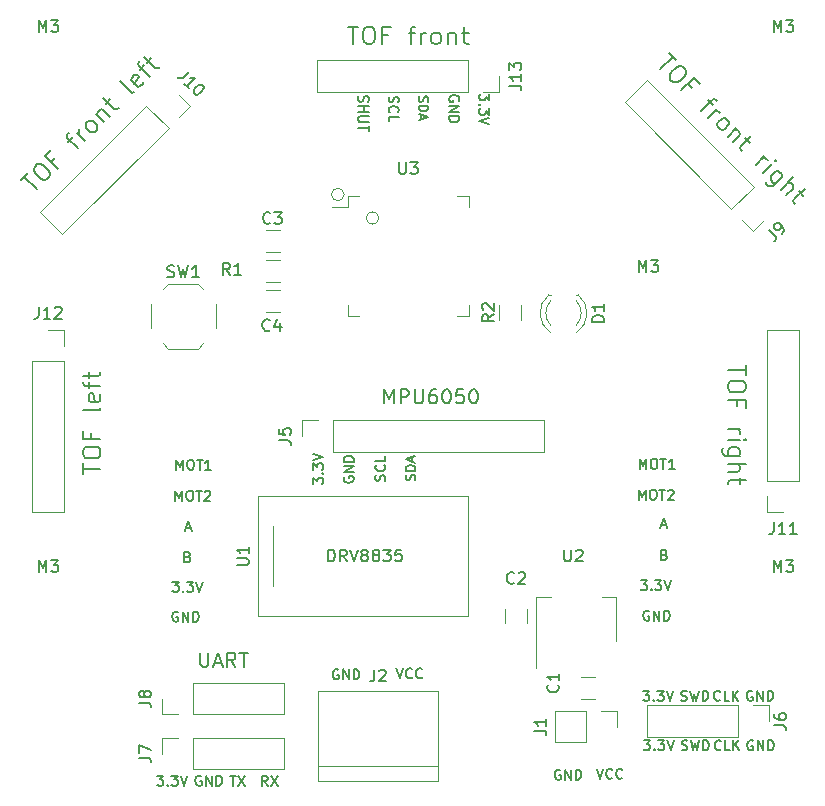
<source format=gto>
G04 #@! TF.GenerationSoftware,KiCad,Pcbnew,(5.1.0)-1*
G04 #@! TF.CreationDate,2019-06-16T12:43:21+02:00*
G04 #@! TF.ProjectId,Micromouse,4d696372-6f6d-46f7-9573-652e6b696361,rev?*
G04 #@! TF.SameCoordinates,Original*
G04 #@! TF.FileFunction,Legend,Top*
G04 #@! TF.FilePolarity,Positive*
%FSLAX46Y46*%
G04 Gerber Fmt 4.6, Leading zero omitted, Abs format (unit mm)*
G04 Created by KiCad (PCBNEW (5.1.0)-1) date 2019-06-16 12:43:21*
%MOMM*%
%LPD*%
G04 APERTURE LIST*
%ADD10C,0.200000*%
%ADD11C,0.120000*%
%ADD12C,0.150000*%
G04 APERTURE END LIST*
D10*
X179366768Y-138311767D02*
X179488197Y-138352243D01*
X179690578Y-138352243D01*
X179771530Y-138311767D01*
X179812006Y-138271291D01*
X179852482Y-138190339D01*
X179852482Y-138109386D01*
X179812006Y-138028434D01*
X179771530Y-137987958D01*
X179690578Y-137947481D01*
X179528673Y-137907005D01*
X179447720Y-137866529D01*
X179407244Y-137826053D01*
X179366768Y-137745100D01*
X179366768Y-137664148D01*
X179407244Y-137583196D01*
X179447720Y-137542720D01*
X179528673Y-137502243D01*
X179731054Y-137502243D01*
X179852482Y-137542720D01*
X180135816Y-137502243D02*
X180338197Y-138352243D01*
X180500101Y-137745100D01*
X180662006Y-138352243D01*
X180864387Y-137502243D01*
X181188197Y-138352243D02*
X181188197Y-137502243D01*
X181390578Y-137502243D01*
X181512006Y-137542720D01*
X181592959Y-137623672D01*
X181633435Y-137704624D01*
X181673911Y-137866529D01*
X181673911Y-137987958D01*
X181633435Y-138149862D01*
X181592959Y-138230815D01*
X181512006Y-138311767D01*
X181390578Y-138352243D01*
X181188197Y-138352243D01*
X182681387Y-138271291D02*
X182640911Y-138311767D01*
X182519482Y-138352243D01*
X182438530Y-138352243D01*
X182317101Y-138311767D01*
X182236149Y-138230815D01*
X182195673Y-138149862D01*
X182155197Y-137987958D01*
X182155197Y-137866529D01*
X182195673Y-137704624D01*
X182236149Y-137623672D01*
X182317101Y-137542720D01*
X182438530Y-137502243D01*
X182519482Y-137502243D01*
X182640911Y-137542720D01*
X182681387Y-137583196D01*
X183450435Y-138352243D02*
X183045673Y-138352243D01*
X183045673Y-137502243D01*
X183733768Y-138352243D02*
X183733768Y-137502243D01*
X184219482Y-138352243D02*
X183855197Y-137866529D01*
X184219482Y-137502243D02*
X183733768Y-137987958D01*
X176154078Y-137502243D02*
X176680268Y-137502243D01*
X176396935Y-137826053D01*
X176518363Y-137826053D01*
X176599316Y-137866529D01*
X176639792Y-137907005D01*
X176680268Y-137987958D01*
X176680268Y-138190339D01*
X176639792Y-138271291D01*
X176599316Y-138311767D01*
X176518363Y-138352243D01*
X176275506Y-138352243D01*
X176194554Y-138311767D01*
X176154078Y-138271291D01*
X177044554Y-138271291D02*
X177085030Y-138311767D01*
X177044554Y-138352243D01*
X177004078Y-138311767D01*
X177044554Y-138271291D01*
X177044554Y-138352243D01*
X177368363Y-137502243D02*
X177894554Y-137502243D01*
X177611220Y-137826053D01*
X177732649Y-137826053D01*
X177813601Y-137866529D01*
X177854078Y-137907005D01*
X177894554Y-137987958D01*
X177894554Y-138190339D01*
X177854078Y-138271291D01*
X177813601Y-138311767D01*
X177732649Y-138352243D01*
X177489792Y-138352243D01*
X177408840Y-138311767D01*
X177368363Y-138271291D01*
X178137411Y-137502243D02*
X178420744Y-138352243D01*
X178704078Y-137502243D01*
X185397220Y-137542720D02*
X185316268Y-137502243D01*
X185194840Y-137502243D01*
X185073411Y-137542720D01*
X184992459Y-137623672D01*
X184951982Y-137704624D01*
X184911506Y-137866529D01*
X184911506Y-137987958D01*
X184951982Y-138149862D01*
X184992459Y-138230815D01*
X185073411Y-138311767D01*
X185194840Y-138352243D01*
X185275792Y-138352243D01*
X185397220Y-138311767D01*
X185437697Y-138271291D01*
X185437697Y-137987958D01*
X185275792Y-137987958D01*
X185801982Y-138352243D02*
X185801982Y-137502243D01*
X186287697Y-138352243D01*
X186287697Y-137502243D01*
X186692459Y-138352243D02*
X186692459Y-137502243D01*
X186894840Y-137502243D01*
X187016268Y-137542720D01*
X187097220Y-137623672D01*
X187137697Y-137704624D01*
X187178173Y-137866529D01*
X187178173Y-137987958D01*
X187137697Y-138149862D01*
X187097220Y-138230815D01*
X187016268Y-138311767D01*
X186894840Y-138352243D01*
X186692459Y-138352243D01*
D11*
X150781071Y-91307920D02*
G75*
G03X150781071Y-91307920I-529911J0D01*
G01*
X153722391Y-93301820D02*
G75*
G03X153722391Y-93301820I-529911J0D01*
G01*
D10*
X152040712Y-82959757D02*
X152000236Y-83081185D01*
X152000236Y-83283566D01*
X152040712Y-83364519D01*
X152081188Y-83404995D01*
X152162140Y-83445471D01*
X152243093Y-83445471D01*
X152324045Y-83404995D01*
X152364521Y-83364519D01*
X152404998Y-83283566D01*
X152445474Y-83121661D01*
X152485950Y-83040709D01*
X152526426Y-83000233D01*
X152607379Y-82959757D01*
X152688331Y-82959757D01*
X152769283Y-83000233D01*
X152809760Y-83040709D01*
X152850236Y-83121661D01*
X152850236Y-83324042D01*
X152809760Y-83445471D01*
X152000236Y-83809757D02*
X152850236Y-83809757D01*
X152445474Y-83809757D02*
X152445474Y-84295471D01*
X152000236Y-84295471D02*
X152850236Y-84295471D01*
X152850236Y-84700233D02*
X152162140Y-84700233D01*
X152081188Y-84740709D01*
X152040712Y-84781185D01*
X152000236Y-84862138D01*
X152000236Y-85024042D01*
X152040712Y-85104995D01*
X152081188Y-85145471D01*
X152162140Y-85185947D01*
X152850236Y-85185947D01*
X152850236Y-85469280D02*
X152850236Y-85954995D01*
X152000236Y-85712138D02*
X152850236Y-85712138D01*
X154593412Y-83018915D02*
X154552936Y-83140343D01*
X154552936Y-83342724D01*
X154593412Y-83423677D01*
X154633888Y-83464153D01*
X154714840Y-83504629D01*
X154795793Y-83504629D01*
X154876745Y-83464153D01*
X154917221Y-83423677D01*
X154957698Y-83342724D01*
X154998174Y-83180820D01*
X155038650Y-83099867D01*
X155079126Y-83059391D01*
X155160079Y-83018915D01*
X155241031Y-83018915D01*
X155321983Y-83059391D01*
X155362460Y-83099867D01*
X155402936Y-83180820D01*
X155402936Y-83383200D01*
X155362460Y-83504629D01*
X154633888Y-84354629D02*
X154593412Y-84314153D01*
X154552936Y-84192724D01*
X154552936Y-84111772D01*
X154593412Y-83990343D01*
X154674364Y-83909391D01*
X154755317Y-83868915D01*
X154917221Y-83828439D01*
X155038650Y-83828439D01*
X155200555Y-83868915D01*
X155281507Y-83909391D01*
X155362460Y-83990343D01*
X155402936Y-84111772D01*
X155402936Y-84192724D01*
X155362460Y-84314153D01*
X155321983Y-84354629D01*
X154552936Y-85123677D02*
X154552936Y-84718915D01*
X155402936Y-84718915D01*
X160480560Y-83398440D02*
X160521036Y-83317488D01*
X160521036Y-83196060D01*
X160480560Y-83074631D01*
X160399607Y-82993679D01*
X160318655Y-82953202D01*
X160156750Y-82912726D01*
X160035321Y-82912726D01*
X159873417Y-82953202D01*
X159792464Y-82993679D01*
X159711512Y-83074631D01*
X159671036Y-83196060D01*
X159671036Y-83277012D01*
X159711512Y-83398440D01*
X159751988Y-83438917D01*
X160035321Y-83438917D01*
X160035321Y-83277012D01*
X159671036Y-83803202D02*
X160521036Y-83803202D01*
X159671036Y-84288917D01*
X160521036Y-84288917D01*
X159671036Y-84693679D02*
X160521036Y-84693679D01*
X160521036Y-84896060D01*
X160480560Y-85017488D01*
X160399607Y-85098440D01*
X160318655Y-85138917D01*
X160156750Y-85179393D01*
X160035321Y-85179393D01*
X159873417Y-85138917D01*
X159792464Y-85098440D01*
X159711512Y-85017488D01*
X159671036Y-84896060D01*
X159671036Y-84693679D01*
X163094056Y-82809078D02*
X163094056Y-83335268D01*
X162770246Y-83051935D01*
X162770246Y-83173363D01*
X162729770Y-83254316D01*
X162689294Y-83294792D01*
X162608341Y-83335268D01*
X162405960Y-83335268D01*
X162325008Y-83294792D01*
X162284532Y-83254316D01*
X162244056Y-83173363D01*
X162244056Y-82930506D01*
X162284532Y-82849554D01*
X162325008Y-82809078D01*
X162325008Y-83699554D02*
X162284532Y-83740030D01*
X162244056Y-83699554D01*
X162284532Y-83659078D01*
X162325008Y-83699554D01*
X162244056Y-83699554D01*
X163094056Y-84023363D02*
X163094056Y-84549554D01*
X162770246Y-84266220D01*
X162770246Y-84387649D01*
X162729770Y-84468601D01*
X162689294Y-84509078D01*
X162608341Y-84549554D01*
X162405960Y-84549554D01*
X162325008Y-84509078D01*
X162284532Y-84468601D01*
X162244056Y-84387649D01*
X162244056Y-84144792D01*
X162284532Y-84063840D01*
X162325008Y-84023363D01*
X163094056Y-84792411D02*
X162244056Y-85075744D01*
X163094056Y-85359078D01*
X157135870Y-82995891D02*
X157097775Y-83110177D01*
X157097775Y-83300653D01*
X157135870Y-83376843D01*
X157173965Y-83414939D01*
X157250156Y-83453034D01*
X157326346Y-83453034D01*
X157402537Y-83414939D01*
X157440632Y-83376843D01*
X157478727Y-83300653D01*
X157516822Y-83148272D01*
X157554918Y-83072081D01*
X157593013Y-83033986D01*
X157669203Y-82995891D01*
X157745394Y-82995891D01*
X157821584Y-83033986D01*
X157859680Y-83072081D01*
X157897775Y-83148272D01*
X157897775Y-83338748D01*
X157859680Y-83453034D01*
X157097775Y-83795891D02*
X157897775Y-83795891D01*
X157897775Y-83986367D01*
X157859680Y-84100653D01*
X157783489Y-84176843D01*
X157707299Y-84214939D01*
X157554918Y-84253034D01*
X157440632Y-84253034D01*
X157288251Y-84214939D01*
X157212060Y-84176843D01*
X157135870Y-84100653D01*
X157097775Y-83986367D01*
X157097775Y-83795891D01*
X157326346Y-84557796D02*
X157326346Y-84938748D01*
X157097775Y-84481605D02*
X157897775Y-84748272D01*
X157097775Y-85014939D01*
X177901354Y-121795785D02*
X178022782Y-121836261D01*
X178063259Y-121876738D01*
X178103735Y-121957690D01*
X178103735Y-122079119D01*
X178063259Y-122160071D01*
X178022782Y-122200547D01*
X177941830Y-122241023D01*
X177618020Y-122241023D01*
X177618020Y-121391023D01*
X177901354Y-121391023D01*
X177982306Y-121431500D01*
X178022782Y-121471976D01*
X178063259Y-121552928D01*
X178063259Y-121633880D01*
X178022782Y-121714833D01*
X177982306Y-121755309D01*
X177901354Y-121795785D01*
X177618020Y-121795785D01*
X176593580Y-126590240D02*
X176512628Y-126549763D01*
X176391200Y-126549763D01*
X176269771Y-126590240D01*
X176188819Y-126671192D01*
X176148342Y-126752144D01*
X176107866Y-126914049D01*
X176107866Y-127035478D01*
X176148342Y-127197382D01*
X176188819Y-127278335D01*
X176269771Y-127359287D01*
X176391200Y-127399763D01*
X176472152Y-127399763D01*
X176593580Y-127359287D01*
X176634057Y-127318811D01*
X176634057Y-127035478D01*
X176472152Y-127035478D01*
X176998342Y-127399763D02*
X176998342Y-126549763D01*
X177484057Y-127399763D01*
X177484057Y-126549763D01*
X177888819Y-127399763D02*
X177888819Y-126549763D01*
X178091200Y-126549763D01*
X178212628Y-126590240D01*
X178293580Y-126671192D01*
X178334057Y-126752144D01*
X178374533Y-126914049D01*
X178374533Y-127035478D01*
X178334057Y-127197382D01*
X178293580Y-127278335D01*
X178212628Y-127359287D01*
X178091200Y-127399763D01*
X177888819Y-127399763D01*
X175912778Y-123971663D02*
X176438968Y-123971663D01*
X176155635Y-124295473D01*
X176277063Y-124295473D01*
X176358016Y-124335949D01*
X176398492Y-124376425D01*
X176438968Y-124457378D01*
X176438968Y-124659759D01*
X176398492Y-124740711D01*
X176358016Y-124781187D01*
X176277063Y-124821663D01*
X176034206Y-124821663D01*
X175953254Y-124781187D01*
X175912778Y-124740711D01*
X176803254Y-124740711D02*
X176843730Y-124781187D01*
X176803254Y-124821663D01*
X176762778Y-124781187D01*
X176803254Y-124740711D01*
X176803254Y-124821663D01*
X177127063Y-123971663D02*
X177653254Y-123971663D01*
X177369920Y-124295473D01*
X177491349Y-124295473D01*
X177572301Y-124335949D01*
X177612778Y-124376425D01*
X177653254Y-124457378D01*
X177653254Y-124659759D01*
X177612778Y-124740711D01*
X177572301Y-124781187D01*
X177491349Y-124821663D01*
X177248492Y-124821663D01*
X177167540Y-124781187D01*
X177127063Y-124740711D01*
X177896111Y-123971663D02*
X178179444Y-124821663D01*
X178462778Y-123971663D01*
X175745957Y-117158483D02*
X175745957Y-116308483D01*
X176029290Y-116915626D01*
X176312623Y-116308483D01*
X176312623Y-117158483D01*
X176879290Y-116308483D02*
X177041195Y-116308483D01*
X177122147Y-116348960D01*
X177203100Y-116429912D01*
X177243576Y-116591817D01*
X177243576Y-116875150D01*
X177203100Y-117037055D01*
X177122147Y-117118007D01*
X177041195Y-117158483D01*
X176879290Y-117158483D01*
X176798338Y-117118007D01*
X176717385Y-117037055D01*
X176676909Y-116875150D01*
X176676909Y-116591817D01*
X176717385Y-116429912D01*
X176798338Y-116348960D01*
X176879290Y-116308483D01*
X177486433Y-116308483D02*
X177972147Y-116308483D01*
X177729290Y-117158483D02*
X177729290Y-116308483D01*
X178215004Y-116389436D02*
X178255480Y-116348960D01*
X178336433Y-116308483D01*
X178538814Y-116308483D01*
X178619766Y-116348960D01*
X178660242Y-116389436D01*
X178700719Y-116470388D01*
X178700719Y-116551340D01*
X178660242Y-116672769D01*
X178174528Y-117158483D01*
X178700719Y-117158483D01*
X175819617Y-114542283D02*
X175819617Y-113692283D01*
X176102950Y-114299426D01*
X176386283Y-113692283D01*
X176386283Y-114542283D01*
X176952950Y-113692283D02*
X177114855Y-113692283D01*
X177195807Y-113732760D01*
X177276760Y-113813712D01*
X177317236Y-113975617D01*
X177317236Y-114258950D01*
X177276760Y-114420855D01*
X177195807Y-114501807D01*
X177114855Y-114542283D01*
X176952950Y-114542283D01*
X176871998Y-114501807D01*
X176791045Y-114420855D01*
X176750569Y-114258950D01*
X176750569Y-113975617D01*
X176791045Y-113813712D01*
X176871998Y-113732760D01*
X176952950Y-113692283D01*
X177560093Y-113692283D02*
X178045807Y-113692283D01*
X177802950Y-114542283D02*
X177802950Y-113692283D01*
X178774379Y-114542283D02*
X178288664Y-114542283D01*
X178531521Y-114542283D02*
X178531521Y-113692283D01*
X178450569Y-113813712D01*
X178369617Y-113894664D01*
X178288664Y-113935140D01*
X177638259Y-119308306D02*
X178043020Y-119308306D01*
X177557306Y-119551163D02*
X177840640Y-118701163D01*
X178123973Y-119551163D01*
X137381799Y-119531826D02*
X137786560Y-119531826D01*
X137300846Y-119774683D02*
X137584180Y-118924683D01*
X137867513Y-119774683D01*
X137533134Y-121983745D02*
X137654562Y-122024221D01*
X137695039Y-122064698D01*
X137735515Y-122145650D01*
X137735515Y-122267079D01*
X137695039Y-122348031D01*
X137654562Y-122388507D01*
X137573610Y-122428983D01*
X137249800Y-122428983D01*
X137249800Y-121578983D01*
X137533134Y-121578983D01*
X137614086Y-121619460D01*
X137654562Y-121659936D01*
X137695039Y-121740888D01*
X137695039Y-121821840D01*
X137654562Y-121902793D01*
X137614086Y-121943269D01*
X137533134Y-121983745D01*
X137249800Y-121983745D01*
X136713040Y-126666440D02*
X136632088Y-126625963D01*
X136510660Y-126625963D01*
X136389231Y-126666440D01*
X136308279Y-126747392D01*
X136267802Y-126828344D01*
X136227326Y-126990249D01*
X136227326Y-127111678D01*
X136267802Y-127273582D01*
X136308279Y-127354535D01*
X136389231Y-127435487D01*
X136510660Y-127475963D01*
X136591612Y-127475963D01*
X136713040Y-127435487D01*
X136753517Y-127395011D01*
X136753517Y-127111678D01*
X136591612Y-127111678D01*
X137117802Y-127475963D02*
X137117802Y-126625963D01*
X137603517Y-127475963D01*
X137603517Y-126625963D01*
X138008279Y-127475963D02*
X138008279Y-126625963D01*
X138210660Y-126625963D01*
X138332088Y-126666440D01*
X138413040Y-126747392D01*
X138453517Y-126828344D01*
X138493993Y-126990249D01*
X138493993Y-127111678D01*
X138453517Y-127273582D01*
X138413040Y-127354535D01*
X138332088Y-127435487D01*
X138210660Y-127475963D01*
X138008279Y-127475963D01*
X136253218Y-124083423D02*
X136779408Y-124083423D01*
X136496075Y-124407233D01*
X136617503Y-124407233D01*
X136698456Y-124447709D01*
X136738932Y-124488185D01*
X136779408Y-124569138D01*
X136779408Y-124771519D01*
X136738932Y-124852471D01*
X136698456Y-124892947D01*
X136617503Y-124933423D01*
X136374646Y-124933423D01*
X136293694Y-124892947D01*
X136253218Y-124852471D01*
X137143694Y-124852471D02*
X137184170Y-124892947D01*
X137143694Y-124933423D01*
X137103218Y-124892947D01*
X137143694Y-124852471D01*
X137143694Y-124933423D01*
X137467503Y-124083423D02*
X137993694Y-124083423D01*
X137710360Y-124407233D01*
X137831789Y-124407233D01*
X137912741Y-124447709D01*
X137953218Y-124488185D01*
X137993694Y-124569138D01*
X137993694Y-124771519D01*
X137953218Y-124852471D01*
X137912741Y-124892947D01*
X137831789Y-124933423D01*
X137588932Y-124933423D01*
X137507980Y-124892947D01*
X137467503Y-124852471D01*
X138236551Y-124083423D02*
X138519884Y-124933423D01*
X138803218Y-124083423D01*
X136500417Y-117232143D02*
X136500417Y-116382143D01*
X136783750Y-116989286D01*
X137067083Y-116382143D01*
X137067083Y-117232143D01*
X137633750Y-116382143D02*
X137795655Y-116382143D01*
X137876607Y-116422620D01*
X137957560Y-116503572D01*
X137998036Y-116665477D01*
X137998036Y-116948810D01*
X137957560Y-117110715D01*
X137876607Y-117191667D01*
X137795655Y-117232143D01*
X137633750Y-117232143D01*
X137552798Y-117191667D01*
X137471845Y-117110715D01*
X137431369Y-116948810D01*
X137431369Y-116665477D01*
X137471845Y-116503572D01*
X137552798Y-116422620D01*
X137633750Y-116382143D01*
X138240893Y-116382143D02*
X138726607Y-116382143D01*
X138483750Y-117232143D02*
X138483750Y-116382143D01*
X138969464Y-116463096D02*
X139009940Y-116422620D01*
X139090893Y-116382143D01*
X139293274Y-116382143D01*
X139374226Y-116422620D01*
X139414702Y-116463096D01*
X139455179Y-116544048D01*
X139455179Y-116625000D01*
X139414702Y-116746429D01*
X138928988Y-117232143D01*
X139455179Y-117232143D01*
X136574077Y-114615943D02*
X136574077Y-113765943D01*
X136857410Y-114373086D01*
X137140743Y-113765943D01*
X137140743Y-114615943D01*
X137707410Y-113765943D02*
X137869315Y-113765943D01*
X137950267Y-113806420D01*
X138031220Y-113887372D01*
X138071696Y-114049277D01*
X138071696Y-114332610D01*
X138031220Y-114494515D01*
X137950267Y-114575467D01*
X137869315Y-114615943D01*
X137707410Y-114615943D01*
X137626458Y-114575467D01*
X137545505Y-114494515D01*
X137505029Y-114332610D01*
X137505029Y-114049277D01*
X137545505Y-113887372D01*
X137626458Y-113806420D01*
X137707410Y-113765943D01*
X138314553Y-113765943D02*
X138800267Y-113765943D01*
X138557410Y-114615943D02*
X138557410Y-113765943D01*
X139528839Y-114615943D02*
X139043124Y-114615943D01*
X139285981Y-114615943D02*
X139285981Y-113765943D01*
X139205029Y-113887372D01*
X139124077Y-113968324D01*
X139043124Y-114008800D01*
X154224867Y-115548124D02*
X154265343Y-115426696D01*
X154265343Y-115224315D01*
X154224867Y-115143362D01*
X154184391Y-115102886D01*
X154103439Y-115062410D01*
X154022486Y-115062410D01*
X153941534Y-115102886D01*
X153901058Y-115143362D01*
X153860581Y-115224315D01*
X153820105Y-115386220D01*
X153779629Y-115467172D01*
X153739153Y-115507648D01*
X153658200Y-115548124D01*
X153577248Y-115548124D01*
X153496296Y-115507648D01*
X153455820Y-115467172D01*
X153415343Y-115386220D01*
X153415343Y-115183839D01*
X153455820Y-115062410D01*
X154184391Y-114212410D02*
X154224867Y-114252886D01*
X154265343Y-114374315D01*
X154265343Y-114455267D01*
X154224867Y-114576696D01*
X154143915Y-114657648D01*
X154062962Y-114698124D01*
X153901058Y-114738600D01*
X153779629Y-114738600D01*
X153617724Y-114698124D01*
X153536772Y-114657648D01*
X153455820Y-114576696D01*
X153415343Y-114455267D01*
X153415343Y-114374315D01*
X153455820Y-114252886D01*
X153496296Y-114212410D01*
X154265343Y-113443362D02*
X154265343Y-113848124D01*
X153415343Y-113848124D01*
X156757329Y-115487328D02*
X156795424Y-115373042D01*
X156795424Y-115182566D01*
X156757329Y-115106376D01*
X156719234Y-115068280D01*
X156643043Y-115030185D01*
X156566853Y-115030185D01*
X156490662Y-115068280D01*
X156452567Y-115106376D01*
X156414472Y-115182566D01*
X156376377Y-115334947D01*
X156338281Y-115411138D01*
X156300186Y-115449233D01*
X156223996Y-115487328D01*
X156147805Y-115487328D01*
X156071615Y-115449233D01*
X156033520Y-115411138D01*
X155995424Y-115334947D01*
X155995424Y-115144471D01*
X156033520Y-115030185D01*
X156795424Y-114687328D02*
X155995424Y-114687328D01*
X155995424Y-114496852D01*
X156033520Y-114382566D01*
X156109710Y-114306376D01*
X156185900Y-114268280D01*
X156338281Y-114230185D01*
X156452567Y-114230185D01*
X156604948Y-114268280D01*
X156681139Y-114306376D01*
X156757329Y-114382566D01*
X156795424Y-114496852D01*
X156795424Y-114687328D01*
X156566853Y-113925423D02*
X156566853Y-113544471D01*
X156795424Y-114001614D02*
X155995424Y-113734947D01*
X156795424Y-113468280D01*
X148180403Y-115808761D02*
X148180403Y-115282571D01*
X148504213Y-115565904D01*
X148504213Y-115444476D01*
X148544689Y-115363523D01*
X148585165Y-115323047D01*
X148666118Y-115282571D01*
X148868499Y-115282571D01*
X148949451Y-115323047D01*
X148989927Y-115363523D01*
X149030403Y-115444476D01*
X149030403Y-115687333D01*
X148989927Y-115768285D01*
X148949451Y-115808761D01*
X148949451Y-114918285D02*
X148989927Y-114877809D01*
X149030403Y-114918285D01*
X148989927Y-114958761D01*
X148949451Y-114918285D01*
X149030403Y-114918285D01*
X148180403Y-114594476D02*
X148180403Y-114068285D01*
X148504213Y-114351619D01*
X148504213Y-114230190D01*
X148544689Y-114149238D01*
X148585165Y-114108761D01*
X148666118Y-114068285D01*
X148868499Y-114068285D01*
X148949451Y-114108761D01*
X148989927Y-114149238D01*
X149030403Y-114230190D01*
X149030403Y-114473047D01*
X148989927Y-114554000D01*
X148949451Y-114594476D01*
X148180403Y-113825428D02*
X149030403Y-113542095D01*
X148180403Y-113258761D01*
X150793900Y-115219399D02*
X150753423Y-115300351D01*
X150753423Y-115421780D01*
X150793900Y-115543208D01*
X150874852Y-115624160D01*
X150955804Y-115664637D01*
X151117709Y-115705113D01*
X151239138Y-115705113D01*
X151401042Y-115664637D01*
X151481995Y-115624160D01*
X151562947Y-115543208D01*
X151603423Y-115421780D01*
X151603423Y-115340827D01*
X151562947Y-115219399D01*
X151522471Y-115178922D01*
X151239138Y-115178922D01*
X151239138Y-115340827D01*
X151603423Y-114814637D02*
X150753423Y-114814637D01*
X151603423Y-114328922D01*
X150753423Y-114328922D01*
X151603423Y-113924160D02*
X150753423Y-113924160D01*
X150753423Y-113721780D01*
X150793900Y-113600351D01*
X150874852Y-113519399D01*
X150955804Y-113478922D01*
X151117709Y-113438446D01*
X151239138Y-113438446D01*
X151401042Y-113478922D01*
X151481995Y-113519399D01*
X151562947Y-113600351D01*
X151603423Y-113721780D01*
X151603423Y-113924160D01*
X172158166Y-139933023D02*
X172441500Y-140783023D01*
X172724833Y-139933023D01*
X173493880Y-140702071D02*
X173453404Y-140742547D01*
X173331976Y-140783023D01*
X173251023Y-140783023D01*
X173129595Y-140742547D01*
X173048642Y-140661595D01*
X173008166Y-140580642D01*
X172967690Y-140418738D01*
X172967690Y-140297309D01*
X173008166Y-140135404D01*
X173048642Y-140054452D01*
X173129595Y-139973500D01*
X173251023Y-139933023D01*
X173331976Y-139933023D01*
X173453404Y-139973500D01*
X173493880Y-140013976D01*
X174343880Y-140702071D02*
X174303404Y-140742547D01*
X174181976Y-140783023D01*
X174101023Y-140783023D01*
X173979595Y-140742547D01*
X173898642Y-140661595D01*
X173858166Y-140580642D01*
X173817690Y-140418738D01*
X173817690Y-140297309D01*
X173858166Y-140135404D01*
X173898642Y-140054452D01*
X173979595Y-139973500D01*
X174101023Y-139933023D01*
X174181976Y-139933023D01*
X174303404Y-139973500D01*
X174343880Y-140013976D01*
X169087880Y-140037000D02*
X169006928Y-139996523D01*
X168885500Y-139996523D01*
X168764071Y-140037000D01*
X168683119Y-140117952D01*
X168642642Y-140198904D01*
X168602166Y-140360809D01*
X168602166Y-140482238D01*
X168642642Y-140644142D01*
X168683119Y-140725095D01*
X168764071Y-140806047D01*
X168885500Y-140846523D01*
X168966452Y-140846523D01*
X169087880Y-140806047D01*
X169128357Y-140765571D01*
X169128357Y-140482238D01*
X168966452Y-140482238D01*
X169492642Y-140846523D02*
X169492642Y-139996523D01*
X169978357Y-140846523D01*
X169978357Y-139996523D01*
X170383119Y-140846523D02*
X170383119Y-139996523D01*
X170585500Y-139996523D01*
X170706928Y-140037000D01*
X170787880Y-140117952D01*
X170828357Y-140198904D01*
X170868833Y-140360809D01*
X170868833Y-140482238D01*
X170828357Y-140644142D01*
X170787880Y-140725095D01*
X170706928Y-140806047D01*
X170585500Y-140846523D01*
X170383119Y-140846523D01*
X150291880Y-131528000D02*
X150210928Y-131487523D01*
X150089500Y-131487523D01*
X149968071Y-131528000D01*
X149887119Y-131608952D01*
X149846642Y-131689904D01*
X149806166Y-131851809D01*
X149806166Y-131973238D01*
X149846642Y-132135142D01*
X149887119Y-132216095D01*
X149968071Y-132297047D01*
X150089500Y-132337523D01*
X150170452Y-132337523D01*
X150291880Y-132297047D01*
X150332357Y-132256571D01*
X150332357Y-131973238D01*
X150170452Y-131973238D01*
X150696642Y-132337523D02*
X150696642Y-131487523D01*
X151182357Y-132337523D01*
X151182357Y-131487523D01*
X151587119Y-132337523D02*
X151587119Y-131487523D01*
X151789500Y-131487523D01*
X151910928Y-131528000D01*
X151991880Y-131608952D01*
X152032357Y-131689904D01*
X152072833Y-131851809D01*
X152072833Y-131973238D01*
X152032357Y-132135142D01*
X151991880Y-132216095D01*
X151910928Y-132297047D01*
X151789500Y-132337523D01*
X151587119Y-132337523D01*
X155203666Y-131424023D02*
X155487000Y-132274023D01*
X155770333Y-131424023D01*
X156539380Y-132193071D02*
X156498904Y-132233547D01*
X156377476Y-132274023D01*
X156296523Y-132274023D01*
X156175095Y-132233547D01*
X156094142Y-132152595D01*
X156053666Y-132071642D01*
X156013190Y-131909738D01*
X156013190Y-131788309D01*
X156053666Y-131626404D01*
X156094142Y-131545452D01*
X156175095Y-131464500D01*
X156296523Y-131424023D01*
X156377476Y-131424023D01*
X156498904Y-131464500D01*
X156539380Y-131504976D01*
X157389380Y-132193071D02*
X157348904Y-132233547D01*
X157227476Y-132274023D01*
X157146523Y-132274023D01*
X157025095Y-132233547D01*
X156944142Y-132152595D01*
X156903666Y-132071642D01*
X156863190Y-131909738D01*
X156863190Y-131788309D01*
X156903666Y-131626404D01*
X156944142Y-131545452D01*
X157025095Y-131464500D01*
X157146523Y-131424023D01*
X157227476Y-131424023D01*
X157348904Y-131464500D01*
X157389380Y-131504976D01*
X144320833Y-141354523D02*
X144037500Y-140949761D01*
X143835119Y-141354523D02*
X143835119Y-140504523D01*
X144158928Y-140504523D01*
X144239880Y-140545000D01*
X144280357Y-140585476D01*
X144320833Y-140666428D01*
X144320833Y-140787857D01*
X144280357Y-140868809D01*
X144239880Y-140909285D01*
X144158928Y-140949761D01*
X143835119Y-140949761D01*
X144604166Y-140504523D02*
X145170833Y-141354523D01*
X145170833Y-140504523D02*
X144604166Y-141354523D01*
X141147880Y-140504523D02*
X141633595Y-140504523D01*
X141390738Y-141354523D02*
X141390738Y-140504523D01*
X141835976Y-140504523D02*
X142402642Y-141354523D01*
X142402642Y-140504523D02*
X141835976Y-141354523D01*
X138671380Y-140545000D02*
X138590428Y-140504523D01*
X138469000Y-140504523D01*
X138347571Y-140545000D01*
X138266619Y-140625952D01*
X138226142Y-140706904D01*
X138185666Y-140868809D01*
X138185666Y-140990238D01*
X138226142Y-141152142D01*
X138266619Y-141233095D01*
X138347571Y-141314047D01*
X138469000Y-141354523D01*
X138549952Y-141354523D01*
X138671380Y-141314047D01*
X138711857Y-141273571D01*
X138711857Y-140990238D01*
X138549952Y-140990238D01*
X139076142Y-141354523D02*
X139076142Y-140504523D01*
X139561857Y-141354523D01*
X139561857Y-140504523D01*
X139966619Y-141354523D02*
X139966619Y-140504523D01*
X140169000Y-140504523D01*
X140290428Y-140545000D01*
X140371380Y-140625952D01*
X140411857Y-140706904D01*
X140452333Y-140868809D01*
X140452333Y-140990238D01*
X140411857Y-141152142D01*
X140371380Y-141233095D01*
X140290428Y-141314047D01*
X140169000Y-141354523D01*
X139966619Y-141354523D01*
X134952738Y-140504523D02*
X135478928Y-140504523D01*
X135195595Y-140828333D01*
X135317023Y-140828333D01*
X135397976Y-140868809D01*
X135438452Y-140909285D01*
X135478928Y-140990238D01*
X135478928Y-141192619D01*
X135438452Y-141273571D01*
X135397976Y-141314047D01*
X135317023Y-141354523D01*
X135074166Y-141354523D01*
X134993214Y-141314047D01*
X134952738Y-141273571D01*
X135843214Y-141273571D02*
X135883690Y-141314047D01*
X135843214Y-141354523D01*
X135802738Y-141314047D01*
X135843214Y-141273571D01*
X135843214Y-141354523D01*
X136167023Y-140504523D02*
X136693214Y-140504523D01*
X136409880Y-140828333D01*
X136531309Y-140828333D01*
X136612261Y-140868809D01*
X136652738Y-140909285D01*
X136693214Y-140990238D01*
X136693214Y-141192619D01*
X136652738Y-141273571D01*
X136612261Y-141314047D01*
X136531309Y-141354523D01*
X136288452Y-141354523D01*
X136207500Y-141314047D01*
X136167023Y-141273571D01*
X136936071Y-140504523D02*
X137219404Y-141354523D01*
X137502738Y-140504523D01*
X185343880Y-133369500D02*
X185262928Y-133329023D01*
X185141500Y-133329023D01*
X185020071Y-133369500D01*
X184939119Y-133450452D01*
X184898642Y-133531404D01*
X184858166Y-133693309D01*
X184858166Y-133814738D01*
X184898642Y-133976642D01*
X184939119Y-134057595D01*
X185020071Y-134138547D01*
X185141500Y-134179023D01*
X185222452Y-134179023D01*
X185343880Y-134138547D01*
X185384357Y-134098071D01*
X185384357Y-133814738D01*
X185222452Y-133814738D01*
X185748642Y-134179023D02*
X185748642Y-133329023D01*
X186234357Y-134179023D01*
X186234357Y-133329023D01*
X186639119Y-134179023D02*
X186639119Y-133329023D01*
X186841500Y-133329023D01*
X186962928Y-133369500D01*
X187043880Y-133450452D01*
X187084357Y-133531404D01*
X187124833Y-133693309D01*
X187124833Y-133814738D01*
X187084357Y-133976642D01*
X187043880Y-134057595D01*
X186962928Y-134138547D01*
X186841500Y-134179023D01*
X186639119Y-134179023D01*
X179313428Y-134138547D02*
X179434857Y-134179023D01*
X179637238Y-134179023D01*
X179718190Y-134138547D01*
X179758666Y-134098071D01*
X179799142Y-134017119D01*
X179799142Y-133936166D01*
X179758666Y-133855214D01*
X179718190Y-133814738D01*
X179637238Y-133774261D01*
X179475333Y-133733785D01*
X179394380Y-133693309D01*
X179353904Y-133652833D01*
X179313428Y-133571880D01*
X179313428Y-133490928D01*
X179353904Y-133409976D01*
X179394380Y-133369500D01*
X179475333Y-133329023D01*
X179677714Y-133329023D01*
X179799142Y-133369500D01*
X180082476Y-133329023D02*
X180284857Y-134179023D01*
X180446761Y-133571880D01*
X180608666Y-134179023D01*
X180811047Y-133329023D01*
X181134857Y-134179023D02*
X181134857Y-133329023D01*
X181337238Y-133329023D01*
X181458666Y-133369500D01*
X181539619Y-133450452D01*
X181580095Y-133531404D01*
X181620571Y-133693309D01*
X181620571Y-133814738D01*
X181580095Y-133976642D01*
X181539619Y-134057595D01*
X181458666Y-134138547D01*
X181337238Y-134179023D01*
X181134857Y-134179023D01*
X182628047Y-134098071D02*
X182587571Y-134138547D01*
X182466142Y-134179023D01*
X182385190Y-134179023D01*
X182263761Y-134138547D01*
X182182809Y-134057595D01*
X182142333Y-133976642D01*
X182101857Y-133814738D01*
X182101857Y-133693309D01*
X182142333Y-133531404D01*
X182182809Y-133450452D01*
X182263761Y-133369500D01*
X182385190Y-133329023D01*
X182466142Y-133329023D01*
X182587571Y-133369500D01*
X182628047Y-133409976D01*
X183397095Y-134179023D02*
X182992333Y-134179023D01*
X182992333Y-133329023D01*
X183680428Y-134179023D02*
X183680428Y-133329023D01*
X184166142Y-134179023D02*
X183801857Y-133693309D01*
X184166142Y-133329023D02*
X183680428Y-133814738D01*
X176100738Y-133329023D02*
X176626928Y-133329023D01*
X176343595Y-133652833D01*
X176465023Y-133652833D01*
X176545976Y-133693309D01*
X176586452Y-133733785D01*
X176626928Y-133814738D01*
X176626928Y-134017119D01*
X176586452Y-134098071D01*
X176545976Y-134138547D01*
X176465023Y-134179023D01*
X176222166Y-134179023D01*
X176141214Y-134138547D01*
X176100738Y-134098071D01*
X176991214Y-134098071D02*
X177031690Y-134138547D01*
X176991214Y-134179023D01*
X176950738Y-134138547D01*
X176991214Y-134098071D01*
X176991214Y-134179023D01*
X177315023Y-133329023D02*
X177841214Y-133329023D01*
X177557880Y-133652833D01*
X177679309Y-133652833D01*
X177760261Y-133693309D01*
X177800738Y-133733785D01*
X177841214Y-133814738D01*
X177841214Y-134017119D01*
X177800738Y-134098071D01*
X177760261Y-134138547D01*
X177679309Y-134179023D01*
X177436452Y-134179023D01*
X177355500Y-134138547D01*
X177315023Y-134098071D01*
X178084071Y-133329023D02*
X178367404Y-134179023D01*
X178650738Y-133329023D01*
D12*
X138611214Y-130089357D02*
X138611214Y-131060785D01*
X138668357Y-131175071D01*
X138725500Y-131232214D01*
X138839785Y-131289357D01*
X139068357Y-131289357D01*
X139182642Y-131232214D01*
X139239785Y-131175071D01*
X139296928Y-131060785D01*
X139296928Y-130089357D01*
X139811214Y-130946500D02*
X140382642Y-130946500D01*
X139696928Y-131289357D02*
X140096928Y-130089357D01*
X140496928Y-131289357D01*
X141582642Y-131289357D02*
X141182642Y-130717928D01*
X140896928Y-131289357D02*
X140896928Y-130089357D01*
X141354071Y-130089357D01*
X141468357Y-130146500D01*
X141525500Y-130203642D01*
X141582642Y-130317928D01*
X141582642Y-130489357D01*
X141525500Y-130603642D01*
X141468357Y-130660785D01*
X141354071Y-130717928D01*
X140896928Y-130717928D01*
X141925500Y-130089357D02*
X142611214Y-130089357D01*
X142268357Y-131289357D02*
X142268357Y-130089357D01*
D10*
X149431761Y-122372380D02*
X149431761Y-121372380D01*
X149669857Y-121372380D01*
X149812714Y-121420000D01*
X149907952Y-121515238D01*
X149955571Y-121610476D01*
X150003190Y-121800952D01*
X150003190Y-121943809D01*
X149955571Y-122134285D01*
X149907952Y-122229523D01*
X149812714Y-122324761D01*
X149669857Y-122372380D01*
X149431761Y-122372380D01*
X151003190Y-122372380D02*
X150669857Y-121896190D01*
X150431761Y-122372380D02*
X150431761Y-121372380D01*
X150812714Y-121372380D01*
X150907952Y-121420000D01*
X150955571Y-121467619D01*
X151003190Y-121562857D01*
X151003190Y-121705714D01*
X150955571Y-121800952D01*
X150907952Y-121848571D01*
X150812714Y-121896190D01*
X150431761Y-121896190D01*
X151288904Y-121372380D02*
X151622238Y-122372380D01*
X151955571Y-121372380D01*
X152431761Y-121800952D02*
X152336523Y-121753333D01*
X152288904Y-121705714D01*
X152241285Y-121610476D01*
X152241285Y-121562857D01*
X152288904Y-121467619D01*
X152336523Y-121420000D01*
X152431761Y-121372380D01*
X152622238Y-121372380D01*
X152717476Y-121420000D01*
X152765095Y-121467619D01*
X152812714Y-121562857D01*
X152812714Y-121610476D01*
X152765095Y-121705714D01*
X152717476Y-121753333D01*
X152622238Y-121800952D01*
X152431761Y-121800952D01*
X152336523Y-121848571D01*
X152288904Y-121896190D01*
X152241285Y-121991428D01*
X152241285Y-122181904D01*
X152288904Y-122277142D01*
X152336523Y-122324761D01*
X152431761Y-122372380D01*
X152622238Y-122372380D01*
X152717476Y-122324761D01*
X152765095Y-122277142D01*
X152812714Y-122181904D01*
X152812714Y-121991428D01*
X152765095Y-121896190D01*
X152717476Y-121848571D01*
X152622238Y-121800952D01*
X153384142Y-121800952D02*
X153288904Y-121753333D01*
X153241285Y-121705714D01*
X153193666Y-121610476D01*
X153193666Y-121562857D01*
X153241285Y-121467619D01*
X153288904Y-121420000D01*
X153384142Y-121372380D01*
X153574619Y-121372380D01*
X153669857Y-121420000D01*
X153717476Y-121467619D01*
X153765095Y-121562857D01*
X153765095Y-121610476D01*
X153717476Y-121705714D01*
X153669857Y-121753333D01*
X153574619Y-121800952D01*
X153384142Y-121800952D01*
X153288904Y-121848571D01*
X153241285Y-121896190D01*
X153193666Y-121991428D01*
X153193666Y-122181904D01*
X153241285Y-122277142D01*
X153288904Y-122324761D01*
X153384142Y-122372380D01*
X153574619Y-122372380D01*
X153669857Y-122324761D01*
X153717476Y-122277142D01*
X153765095Y-122181904D01*
X153765095Y-121991428D01*
X153717476Y-121896190D01*
X153669857Y-121848571D01*
X153574619Y-121800952D01*
X154098428Y-121372380D02*
X154717476Y-121372380D01*
X154384142Y-121753333D01*
X154527000Y-121753333D01*
X154622238Y-121800952D01*
X154669857Y-121848571D01*
X154717476Y-121943809D01*
X154717476Y-122181904D01*
X154669857Y-122277142D01*
X154622238Y-122324761D01*
X154527000Y-122372380D01*
X154241285Y-122372380D01*
X154146047Y-122324761D01*
X154098428Y-122277142D01*
X155622238Y-121372380D02*
X155146047Y-121372380D01*
X155098428Y-121848571D01*
X155146047Y-121800952D01*
X155241285Y-121753333D01*
X155479380Y-121753333D01*
X155574619Y-121800952D01*
X155622238Y-121848571D01*
X155669857Y-121943809D01*
X155669857Y-122181904D01*
X155622238Y-122277142D01*
X155574619Y-122324761D01*
X155479380Y-122372380D01*
X155241285Y-122372380D01*
X155146047Y-122324761D01*
X155098428Y-122277142D01*
X154200714Y-109000857D02*
X154200714Y-107800857D01*
X154600714Y-108658000D01*
X155000714Y-107800857D01*
X155000714Y-109000857D01*
X155572142Y-109000857D02*
X155572142Y-107800857D01*
X156029285Y-107800857D01*
X156143571Y-107858000D01*
X156200714Y-107915142D01*
X156257857Y-108029428D01*
X156257857Y-108200857D01*
X156200714Y-108315142D01*
X156143571Y-108372285D01*
X156029285Y-108429428D01*
X155572142Y-108429428D01*
X156772142Y-107800857D02*
X156772142Y-108772285D01*
X156829285Y-108886571D01*
X156886428Y-108943714D01*
X157000714Y-109000857D01*
X157229285Y-109000857D01*
X157343571Y-108943714D01*
X157400714Y-108886571D01*
X157457857Y-108772285D01*
X157457857Y-107800857D01*
X158543571Y-107800857D02*
X158315000Y-107800857D01*
X158200714Y-107858000D01*
X158143571Y-107915142D01*
X158029285Y-108086571D01*
X157972142Y-108315142D01*
X157972142Y-108772285D01*
X158029285Y-108886571D01*
X158086428Y-108943714D01*
X158200714Y-109000857D01*
X158429285Y-109000857D01*
X158543571Y-108943714D01*
X158600714Y-108886571D01*
X158657857Y-108772285D01*
X158657857Y-108486571D01*
X158600714Y-108372285D01*
X158543571Y-108315142D01*
X158429285Y-108258000D01*
X158200714Y-108258000D01*
X158086428Y-108315142D01*
X158029285Y-108372285D01*
X157972142Y-108486571D01*
X159400714Y-107800857D02*
X159515000Y-107800857D01*
X159629285Y-107858000D01*
X159686428Y-107915142D01*
X159743571Y-108029428D01*
X159800714Y-108258000D01*
X159800714Y-108543714D01*
X159743571Y-108772285D01*
X159686428Y-108886571D01*
X159629285Y-108943714D01*
X159515000Y-109000857D01*
X159400714Y-109000857D01*
X159286428Y-108943714D01*
X159229285Y-108886571D01*
X159172142Y-108772285D01*
X159115000Y-108543714D01*
X159115000Y-108258000D01*
X159172142Y-108029428D01*
X159229285Y-107915142D01*
X159286428Y-107858000D01*
X159400714Y-107800857D01*
X160886428Y-107800857D02*
X160315000Y-107800857D01*
X160257857Y-108372285D01*
X160315000Y-108315142D01*
X160429285Y-108258000D01*
X160715000Y-108258000D01*
X160829285Y-108315142D01*
X160886428Y-108372285D01*
X160943571Y-108486571D01*
X160943571Y-108772285D01*
X160886428Y-108886571D01*
X160829285Y-108943714D01*
X160715000Y-109000857D01*
X160429285Y-109000857D01*
X160315000Y-108943714D01*
X160257857Y-108886571D01*
X161686428Y-107800857D02*
X161800714Y-107800857D01*
X161915000Y-107858000D01*
X161972142Y-107915142D01*
X162029285Y-108029428D01*
X162086428Y-108258000D01*
X162086428Y-108543714D01*
X162029285Y-108772285D01*
X161972142Y-108886571D01*
X161915000Y-108943714D01*
X161800714Y-109000857D01*
X161686428Y-109000857D01*
X161572142Y-108943714D01*
X161515000Y-108886571D01*
X161457857Y-108772285D01*
X161400714Y-108543714D01*
X161400714Y-108258000D01*
X161457857Y-108029428D01*
X161515000Y-107915142D01*
X161572142Y-107858000D01*
X161686428Y-107800857D01*
X184780928Y-105771785D02*
X184780928Y-106628928D01*
X183280928Y-106200357D02*
X184780928Y-106200357D01*
X184780928Y-107414642D02*
X184780928Y-107700357D01*
X184709500Y-107843214D01*
X184566642Y-107986071D01*
X184280928Y-108057500D01*
X183780928Y-108057500D01*
X183495214Y-107986071D01*
X183352357Y-107843214D01*
X183280928Y-107700357D01*
X183280928Y-107414642D01*
X183352357Y-107271785D01*
X183495214Y-107128928D01*
X183780928Y-107057500D01*
X184280928Y-107057500D01*
X184566642Y-107128928D01*
X184709500Y-107271785D01*
X184780928Y-107414642D01*
X184066642Y-109200357D02*
X184066642Y-108700357D01*
X183280928Y-108700357D02*
X184780928Y-108700357D01*
X184780928Y-109414642D01*
X183280928Y-111128928D02*
X184280928Y-111128928D01*
X183995214Y-111128928D02*
X184138071Y-111200357D01*
X184209500Y-111271785D01*
X184280928Y-111414642D01*
X184280928Y-111557500D01*
X183280928Y-112057500D02*
X184280928Y-112057500D01*
X184780928Y-112057500D02*
X184709500Y-111986071D01*
X184638071Y-112057500D01*
X184709500Y-112128928D01*
X184780928Y-112057500D01*
X184638071Y-112057500D01*
X184280928Y-113414642D02*
X183066642Y-113414642D01*
X182923785Y-113343214D01*
X182852357Y-113271785D01*
X182780928Y-113128928D01*
X182780928Y-112914642D01*
X182852357Y-112771785D01*
X183352357Y-113414642D02*
X183280928Y-113271785D01*
X183280928Y-112986071D01*
X183352357Y-112843214D01*
X183423785Y-112771785D01*
X183566642Y-112700357D01*
X183995214Y-112700357D01*
X184138071Y-112771785D01*
X184209500Y-112843214D01*
X184280928Y-112986071D01*
X184280928Y-113271785D01*
X184209500Y-113414642D01*
X183280928Y-114128928D02*
X184780928Y-114128928D01*
X183280928Y-114771785D02*
X184066642Y-114771785D01*
X184209500Y-114700357D01*
X184280928Y-114557500D01*
X184280928Y-114343214D01*
X184209500Y-114200357D01*
X184138071Y-114128928D01*
X184280928Y-115271785D02*
X184280928Y-115843214D01*
X184780928Y-115486071D02*
X183495214Y-115486071D01*
X183352357Y-115557500D01*
X183280928Y-115700357D01*
X183280928Y-115843214D01*
X128655071Y-114938428D02*
X128655071Y-114081285D01*
X130155071Y-114509857D02*
X128655071Y-114509857D01*
X128655071Y-113295571D02*
X128655071Y-113009857D01*
X128726500Y-112867000D01*
X128869357Y-112724142D01*
X129155071Y-112652714D01*
X129655071Y-112652714D01*
X129940785Y-112724142D01*
X130083642Y-112867000D01*
X130155071Y-113009857D01*
X130155071Y-113295571D01*
X130083642Y-113438428D01*
X129940785Y-113581285D01*
X129655071Y-113652714D01*
X129155071Y-113652714D01*
X128869357Y-113581285D01*
X128726500Y-113438428D01*
X128655071Y-113295571D01*
X129369357Y-111509857D02*
X129369357Y-112009857D01*
X130155071Y-112009857D02*
X128655071Y-112009857D01*
X128655071Y-111295571D01*
X130155071Y-109367000D02*
X130083642Y-109509857D01*
X129940785Y-109581285D01*
X128655071Y-109581285D01*
X130083642Y-108224142D02*
X130155071Y-108367000D01*
X130155071Y-108652714D01*
X130083642Y-108795571D01*
X129940785Y-108867000D01*
X129369357Y-108867000D01*
X129226500Y-108795571D01*
X129155071Y-108652714D01*
X129155071Y-108367000D01*
X129226500Y-108224142D01*
X129369357Y-108152714D01*
X129512214Y-108152714D01*
X129655071Y-108867000D01*
X129155071Y-107724142D02*
X129155071Y-107152714D01*
X130155071Y-107509857D02*
X128869357Y-107509857D01*
X128726500Y-107438428D01*
X128655071Y-107295571D01*
X128655071Y-107152714D01*
X129155071Y-106867000D02*
X129155071Y-106295571D01*
X128655071Y-106652714D02*
X129940785Y-106652714D01*
X130083642Y-106581285D01*
X130155071Y-106438428D01*
X130155071Y-106295571D01*
X123414853Y-90116970D02*
X124020945Y-89510879D01*
X124778559Y-90874585D02*
X123717899Y-89813925D01*
X124576529Y-88955295D02*
X124778559Y-88753264D01*
X124930082Y-88702757D01*
X125132113Y-88702757D01*
X125384651Y-88854280D01*
X125738204Y-89207833D01*
X125889727Y-89460371D01*
X125889727Y-89662402D01*
X125839219Y-89813925D01*
X125637189Y-90015955D01*
X125485666Y-90066463D01*
X125283636Y-90066463D01*
X125031097Y-89914940D01*
X124677544Y-89561386D01*
X124526021Y-89308848D01*
X124526021Y-89106818D01*
X124576529Y-88955295D01*
X126344296Y-88197680D02*
X125990742Y-88551234D01*
X126546326Y-89106818D02*
X125485666Y-88046158D01*
X125990742Y-87541081D01*
X127404956Y-86833975D02*
X127809017Y-86429913D01*
X128263586Y-87389558D02*
X127354448Y-86480421D01*
X127303941Y-86328898D01*
X127354448Y-86177375D01*
X127455463Y-86076360D01*
X128869677Y-86783467D02*
X128162570Y-86076360D01*
X128364601Y-86278391D02*
X128314093Y-86126868D01*
X128314093Y-86025852D01*
X128364601Y-85874330D01*
X128465616Y-85773314D01*
X129677799Y-85975345D02*
X129526276Y-86025852D01*
X129425261Y-86025852D01*
X129273738Y-85975345D01*
X128970692Y-85672299D01*
X128920185Y-85520776D01*
X128920185Y-85419761D01*
X128970692Y-85268238D01*
X129122215Y-85116715D01*
X129273738Y-85066208D01*
X129374753Y-85066208D01*
X129526276Y-85116715D01*
X129829322Y-85419761D01*
X129879830Y-85571284D01*
X129879830Y-85672299D01*
X129829322Y-85823822D01*
X129677799Y-85975345D01*
X129778814Y-84460116D02*
X130485921Y-85167223D01*
X129879830Y-84561131D02*
X129879830Y-84460116D01*
X129930337Y-84308593D01*
X130081860Y-84157070D01*
X130233383Y-84106563D01*
X130384906Y-84157070D01*
X130940490Y-84712654D01*
X130586936Y-83651994D02*
X130990997Y-83247933D01*
X130384906Y-83146918D02*
X131294043Y-84056055D01*
X131445566Y-84106563D01*
X131597089Y-84056055D01*
X131698104Y-83955040D01*
X133011302Y-82641841D02*
X132859780Y-82692349D01*
X132708257Y-82641841D01*
X131799119Y-81732704D01*
X133768917Y-81783212D02*
X133718409Y-81934735D01*
X133516379Y-82136765D01*
X133364856Y-82187273D01*
X133213333Y-82136765D01*
X132809272Y-81732704D01*
X132758764Y-81581181D01*
X132809272Y-81429658D01*
X133011302Y-81227628D01*
X133162825Y-81177120D01*
X133314348Y-81227628D01*
X133415363Y-81328643D01*
X133011302Y-81934735D01*
X133465871Y-80773059D02*
X133869932Y-80368998D01*
X134324501Y-81328643D02*
X133415363Y-80419506D01*
X133364856Y-80267983D01*
X133415363Y-80116460D01*
X133516379Y-80015445D01*
X134071963Y-80166968D02*
X134476024Y-79762907D01*
X133869932Y-79661891D02*
X134779069Y-80571029D01*
X134930592Y-80621536D01*
X135082115Y-80571029D01*
X135183130Y-80470013D01*
X178300452Y-79348777D02*
X178906544Y-79954869D01*
X177542838Y-80712483D02*
X178603498Y-79651823D01*
X179462128Y-80510452D02*
X179664158Y-80712483D01*
X179714666Y-80864006D01*
X179714666Y-81066036D01*
X179563143Y-81318574D01*
X179209590Y-81672128D01*
X178957052Y-81823651D01*
X178755021Y-81823651D01*
X178603498Y-81773143D01*
X178401468Y-81571113D01*
X178350960Y-81419590D01*
X178350960Y-81217559D01*
X178502483Y-80965021D01*
X178856036Y-80611468D01*
X179108574Y-80459945D01*
X179310605Y-80459945D01*
X179462128Y-80510452D01*
X180219742Y-82278219D02*
X179866189Y-81924666D01*
X179310605Y-82480250D02*
X180371265Y-81419590D01*
X180876341Y-81924666D01*
X181583448Y-83338880D02*
X181987509Y-83742941D01*
X181027864Y-84197509D02*
X181937002Y-83288372D01*
X182088524Y-83237864D01*
X182240047Y-83288372D01*
X182341063Y-83389387D01*
X181633956Y-84803601D02*
X182341063Y-84096494D01*
X182139032Y-84298524D02*
X182290555Y-84248017D01*
X182391570Y-84248017D01*
X182543093Y-84298524D01*
X182644108Y-84399540D01*
X182442078Y-85611723D02*
X182391570Y-85460200D01*
X182391570Y-85359185D01*
X182442078Y-85207662D01*
X182745124Y-84904616D01*
X182896647Y-84854108D01*
X182997662Y-84854108D01*
X183149185Y-84904616D01*
X183300708Y-85056139D01*
X183351215Y-85207662D01*
X183351215Y-85308677D01*
X183300708Y-85460200D01*
X182997662Y-85763246D01*
X182846139Y-85813753D01*
X182745124Y-85813753D01*
X182593601Y-85763246D01*
X182442078Y-85611723D01*
X183957307Y-85712738D02*
X183250200Y-86419845D01*
X183856291Y-85813753D02*
X183957307Y-85813753D01*
X184108830Y-85864261D01*
X184260352Y-86015784D01*
X184310860Y-86167307D01*
X184260352Y-86318830D01*
X183704769Y-86874413D01*
X184765429Y-86520860D02*
X185169490Y-86924921D01*
X185270505Y-86318830D02*
X184361368Y-87227967D01*
X184310860Y-87379490D01*
X184361368Y-87531013D01*
X184462383Y-87632028D01*
X185624058Y-88793703D02*
X186331165Y-88086597D01*
X186129135Y-88288627D02*
X186280658Y-88238119D01*
X186381673Y-88238119D01*
X186533196Y-88288627D01*
X186634211Y-88389642D01*
X186280658Y-89450302D02*
X186987764Y-88743196D01*
X187341318Y-88389642D02*
X187240302Y-88389642D01*
X187240302Y-88490658D01*
X187341318Y-88490658D01*
X187341318Y-88389642D01*
X187240302Y-88490658D01*
X187947409Y-89702841D02*
X187088780Y-90561470D01*
X186937257Y-90611978D01*
X186836241Y-90611978D01*
X186684719Y-90561470D01*
X186533196Y-90409947D01*
X186482688Y-90258425D01*
X187290810Y-90359440D02*
X187139287Y-90308932D01*
X186937257Y-90106902D01*
X186886749Y-89955379D01*
X186886749Y-89854363D01*
X186937257Y-89702841D01*
X187240302Y-89399795D01*
X187391825Y-89349287D01*
X187492841Y-89349287D01*
X187644363Y-89399795D01*
X187846394Y-89601825D01*
X187896902Y-89753348D01*
X187745379Y-90915024D02*
X188806039Y-89854363D01*
X188199947Y-91369592D02*
X188755531Y-90814008D01*
X188806039Y-90662486D01*
X188755531Y-90510963D01*
X188604008Y-90359440D01*
X188452486Y-90308932D01*
X188351470Y-90308932D01*
X189260608Y-91016039D02*
X189664669Y-91420100D01*
X189765684Y-90814008D02*
X188856547Y-91723146D01*
X188806039Y-91874669D01*
X188856547Y-92026191D01*
X188957562Y-92127207D01*
X151102857Y-77093071D02*
X151960000Y-77093071D01*
X151531428Y-78593071D02*
X151531428Y-77093071D01*
X152745714Y-77093071D02*
X153031428Y-77093071D01*
X153174285Y-77164500D01*
X153317142Y-77307357D01*
X153388571Y-77593071D01*
X153388571Y-78093071D01*
X153317142Y-78378785D01*
X153174285Y-78521642D01*
X153031428Y-78593071D01*
X152745714Y-78593071D01*
X152602857Y-78521642D01*
X152460000Y-78378785D01*
X152388571Y-78093071D01*
X152388571Y-77593071D01*
X152460000Y-77307357D01*
X152602857Y-77164500D01*
X152745714Y-77093071D01*
X154531428Y-77807357D02*
X154031428Y-77807357D01*
X154031428Y-78593071D02*
X154031428Y-77093071D01*
X154745714Y-77093071D01*
X156245714Y-77593071D02*
X156817142Y-77593071D01*
X156460000Y-78593071D02*
X156460000Y-77307357D01*
X156531428Y-77164500D01*
X156674285Y-77093071D01*
X156817142Y-77093071D01*
X157317142Y-78593071D02*
X157317142Y-77593071D01*
X157317142Y-77878785D02*
X157388571Y-77735928D01*
X157460000Y-77664500D01*
X157602857Y-77593071D01*
X157745714Y-77593071D01*
X158460000Y-78593071D02*
X158317142Y-78521642D01*
X158245714Y-78450214D01*
X158174285Y-78307357D01*
X158174285Y-77878785D01*
X158245714Y-77735928D01*
X158317142Y-77664500D01*
X158460000Y-77593071D01*
X158674285Y-77593071D01*
X158817142Y-77664500D01*
X158888571Y-77735928D01*
X158960000Y-77878785D01*
X158960000Y-78307357D01*
X158888571Y-78450214D01*
X158817142Y-78521642D01*
X158674285Y-78593071D01*
X158460000Y-78593071D01*
X159602857Y-77593071D02*
X159602857Y-78593071D01*
X159602857Y-77735928D02*
X159674285Y-77664500D01*
X159817142Y-77593071D01*
X160031428Y-77593071D01*
X160174285Y-77664500D01*
X160245714Y-77807357D01*
X160245714Y-78593071D01*
X160745714Y-77593071D02*
X161317142Y-77593071D01*
X160960000Y-77093071D02*
X160960000Y-78378785D01*
X161031428Y-78521642D01*
X161174285Y-78593071D01*
X161317142Y-78593071D01*
D11*
X165753460Y-101897264D02*
X165753460Y-100693136D01*
X163933460Y-101897264D02*
X163933460Y-100693136D01*
X168279580Y-99783460D02*
X168123580Y-99783460D01*
X170595580Y-99783460D02*
X170439580Y-99783460D01*
X168279743Y-102384590D02*
G75*
G02X168279580Y-100302499I1079837J1041130D01*
G01*
X170439417Y-102384590D02*
G75*
G03X170439580Y-100302499I-1079837J1041130D01*
G01*
X168280972Y-103015795D02*
G75*
G02X168124064Y-99783460I1078608J1672335D01*
G01*
X170438188Y-103015795D02*
G75*
G03X170595096Y-99783460I-1078608J1672335D01*
G01*
X173880000Y-135040000D02*
X173880000Y-136370000D01*
X172550000Y-135040000D02*
X173880000Y-135040000D01*
X171280000Y-135040000D02*
X171280000Y-137700000D01*
X171280000Y-137700000D02*
X168680000Y-137700000D01*
X171280000Y-135040000D02*
X168680000Y-135040000D01*
X168680000Y-135040000D02*
X168680000Y-137700000D01*
X186750000Y-134560000D02*
X186750000Y-135890000D01*
X185420000Y-134560000D02*
X186750000Y-134560000D01*
X184150000Y-134560000D02*
X184150000Y-137220000D01*
X184150000Y-137220000D02*
X176470000Y-137220000D01*
X184150000Y-134560000D02*
X176470000Y-134560000D01*
X176470000Y-134560000D02*
X176470000Y-137220000D01*
X135390000Y-138650000D02*
X135390000Y-137320000D01*
X135390000Y-137320000D02*
X136720000Y-137320000D01*
X137990000Y-137320000D02*
X145670000Y-137320000D01*
X145670000Y-139980000D02*
X145670000Y-137320000D01*
X137990000Y-139980000D02*
X145670000Y-139980000D01*
X137990000Y-139980000D02*
X137990000Y-137320000D01*
X147260000Y-111760000D02*
X147260000Y-110430000D01*
X147260000Y-110430000D02*
X148590000Y-110430000D01*
X149860000Y-110430000D02*
X167700000Y-110430000D01*
X167700000Y-113090000D02*
X167700000Y-110430000D01*
X149860000Y-113090000D02*
X167700000Y-113090000D01*
X149860000Y-113090000D02*
X149860000Y-110430000D01*
X144780000Y-124460000D02*
X144780000Y-119380000D01*
X161290000Y-127000000D02*
X143510000Y-127000000D01*
X161290000Y-116840000D02*
X161290000Y-127000000D01*
X143510000Y-116840000D02*
X161290000Y-116840000D01*
X143510000Y-127000000D02*
X143510000Y-116840000D01*
X135910000Y-98850000D02*
X138410000Y-98850000D01*
X134410000Y-100600000D02*
X134410000Y-102600000D01*
X135910000Y-104350000D02*
X138410000Y-104350000D01*
X139910000Y-100600000D02*
X139910000Y-102600000D01*
X135460000Y-99300000D02*
X135910000Y-98850000D01*
X138860000Y-99300000D02*
X138410000Y-98850000D01*
X138860000Y-103900000D02*
X138410000Y-104350000D01*
X135460000Y-103900000D02*
X135910000Y-104350000D01*
X135390000Y-135330000D02*
X135390000Y-134000000D01*
X136720000Y-135330000D02*
X135390000Y-135330000D01*
X137990000Y-135330000D02*
X137990000Y-132670000D01*
X137990000Y-132670000D02*
X145670000Y-132670000D01*
X137990000Y-135330000D02*
X145670000Y-135330000D01*
X145670000Y-135330000D02*
X145670000Y-132670000D01*
X148590000Y-140970000D02*
X158750000Y-140970000D01*
X148590000Y-133350000D02*
X148590000Y-140970000D01*
X158750000Y-133350000D02*
X148590000Y-133350000D01*
X158750000Y-140970000D02*
X158750000Y-133350000D01*
X158750000Y-139700000D02*
X148590000Y-139700000D01*
X145382064Y-94340000D02*
X144177936Y-94340000D01*
X145382064Y-96160000D02*
X144177936Y-96160000D01*
X163890000Y-81280000D02*
X163890000Y-82610000D01*
X163890000Y-82610000D02*
X162560000Y-82610000D01*
X161290000Y-82610000D02*
X148530000Y-82610000D01*
X148530000Y-79950000D02*
X148530000Y-82610000D01*
X161290000Y-79950000D02*
X148530000Y-79950000D01*
X161290000Y-79950000D02*
X161290000Y-82610000D01*
X125730000Y-102810000D02*
X127060000Y-102810000D01*
X127060000Y-102810000D02*
X127060000Y-104140000D01*
X127060000Y-105410000D02*
X127060000Y-118170000D01*
X124400000Y-118170000D02*
X127060000Y-118170000D01*
X124400000Y-105410000D02*
X124400000Y-118170000D01*
X124400000Y-105410000D02*
X127060000Y-105410000D01*
X187960000Y-118170000D02*
X186630000Y-118170000D01*
X186630000Y-118170000D02*
X186630000Y-116840000D01*
X186630000Y-115570000D02*
X186630000Y-102810000D01*
X189290000Y-102810000D02*
X186630000Y-102810000D01*
X189290000Y-115570000D02*
X189290000Y-102810000D01*
X189290000Y-115570000D02*
X186630000Y-115570000D01*
X136830452Y-82879548D02*
X137770904Y-83820000D01*
X137770904Y-83820000D02*
X136830452Y-84760452D01*
X135932426Y-85658478D02*
X126909744Y-94681160D01*
X125028840Y-92800256D02*
X126909744Y-94681160D01*
X134051522Y-83777574D02*
X125028840Y-92800256D01*
X134051522Y-83777574D02*
X135932426Y-85658478D01*
X186360452Y-93432554D02*
X185420000Y-94373006D01*
X185420000Y-94373006D02*
X184479548Y-93432554D01*
X183581522Y-92534528D02*
X174558840Y-83511846D01*
X176439744Y-81630942D02*
X174558840Y-83511846D01*
X185462426Y-90653624D02*
X176439744Y-81630942D01*
X185462426Y-90653624D02*
X183581522Y-92534528D01*
X144177936Y-98700000D02*
X145382064Y-98700000D01*
X144177936Y-96880000D02*
X145382064Y-96880000D01*
X144177936Y-101240000D02*
X145382064Y-101240000D01*
X144177936Y-99420000D02*
X145382064Y-99420000D01*
X167024000Y-131354000D02*
X167024000Y-125344000D01*
X173844000Y-129104000D02*
X173844000Y-125344000D01*
X167024000Y-125344000D02*
X168284000Y-125344000D01*
X173844000Y-125344000D02*
X172584000Y-125344000D01*
X164444000Y-126397936D02*
X164444000Y-127602064D01*
X166264000Y-126397936D02*
X166264000Y-127602064D01*
X172052064Y-132186000D02*
X170847936Y-132186000D01*
X172052064Y-134006000D02*
X170847936Y-134006000D01*
X151100000Y-92360000D02*
X149760000Y-92360000D01*
X151100000Y-91410000D02*
X151100000Y-92360000D01*
X152050000Y-91410000D02*
X151100000Y-91410000D01*
X161320000Y-91410000D02*
X161320000Y-92360000D01*
X160370000Y-91410000D02*
X161320000Y-91410000D01*
X151100000Y-101630000D02*
X151100000Y-100680000D01*
X152050000Y-101630000D02*
X151100000Y-101630000D01*
X161320000Y-101630000D02*
X161320000Y-100680000D01*
X160370000Y-101630000D02*
X161320000Y-101630000D01*
D12*
X163475840Y-101461866D02*
X162999650Y-101795200D01*
X163475840Y-102033295D02*
X162475840Y-102033295D01*
X162475840Y-101652342D01*
X162523460Y-101557104D01*
X162571079Y-101509485D01*
X162666317Y-101461866D01*
X162809174Y-101461866D01*
X162904412Y-101509485D01*
X162952031Y-101557104D01*
X162999650Y-101652342D01*
X162999650Y-102033295D01*
X162571079Y-101080914D02*
X162523460Y-101033295D01*
X162475840Y-100938057D01*
X162475840Y-100699961D01*
X162523460Y-100604723D01*
X162571079Y-100557104D01*
X162666317Y-100509485D01*
X162761555Y-100509485D01*
X162904412Y-100557104D01*
X163475840Y-101128533D01*
X163475840Y-100509485D01*
X172771960Y-102081555D02*
X171771960Y-102081555D01*
X171771960Y-101843460D01*
X171819580Y-101700602D01*
X171914818Y-101605364D01*
X172010056Y-101557745D01*
X172200532Y-101510126D01*
X172343389Y-101510126D01*
X172533865Y-101557745D01*
X172629103Y-101605364D01*
X172724341Y-101700602D01*
X172771960Y-101843460D01*
X172771960Y-102081555D01*
X172771960Y-100557745D02*
X172771960Y-101129174D01*
X172771960Y-100843460D02*
X171771960Y-100843460D01*
X171914818Y-100938698D01*
X172010056Y-101033936D01*
X172057675Y-101129174D01*
X175720476Y-97852380D02*
X175720476Y-96852380D01*
X176053809Y-97566666D01*
X176387142Y-96852380D01*
X176387142Y-97852380D01*
X176768095Y-96852380D02*
X177387142Y-96852380D01*
X177053809Y-97233333D01*
X177196666Y-97233333D01*
X177291904Y-97280952D01*
X177339523Y-97328571D01*
X177387142Y-97423809D01*
X177387142Y-97661904D01*
X177339523Y-97757142D01*
X177291904Y-97804761D01*
X177196666Y-97852380D01*
X176910952Y-97852380D01*
X176815714Y-97804761D01*
X176768095Y-97757142D01*
X187150476Y-123252380D02*
X187150476Y-122252380D01*
X187483809Y-122966666D01*
X187817142Y-122252380D01*
X187817142Y-123252380D01*
X188198095Y-122252380D02*
X188817142Y-122252380D01*
X188483809Y-122633333D01*
X188626666Y-122633333D01*
X188721904Y-122680952D01*
X188769523Y-122728571D01*
X188817142Y-122823809D01*
X188817142Y-123061904D01*
X188769523Y-123157142D01*
X188721904Y-123204761D01*
X188626666Y-123252380D01*
X188340952Y-123252380D01*
X188245714Y-123204761D01*
X188198095Y-123157142D01*
X124920476Y-123252380D02*
X124920476Y-122252380D01*
X125253809Y-122966666D01*
X125587142Y-122252380D01*
X125587142Y-123252380D01*
X125968095Y-122252380D02*
X126587142Y-122252380D01*
X126253809Y-122633333D01*
X126396666Y-122633333D01*
X126491904Y-122680952D01*
X126539523Y-122728571D01*
X126587142Y-122823809D01*
X126587142Y-123061904D01*
X126539523Y-123157142D01*
X126491904Y-123204761D01*
X126396666Y-123252380D01*
X126110952Y-123252380D01*
X126015714Y-123204761D01*
X125968095Y-123157142D01*
X187150476Y-77532380D02*
X187150476Y-76532380D01*
X187483809Y-77246666D01*
X187817142Y-76532380D01*
X187817142Y-77532380D01*
X188198095Y-76532380D02*
X188817142Y-76532380D01*
X188483809Y-76913333D01*
X188626666Y-76913333D01*
X188721904Y-76960952D01*
X188769523Y-77008571D01*
X188817142Y-77103809D01*
X188817142Y-77341904D01*
X188769523Y-77437142D01*
X188721904Y-77484761D01*
X188626666Y-77532380D01*
X188340952Y-77532380D01*
X188245714Y-77484761D01*
X188198095Y-77437142D01*
X124920476Y-77532380D02*
X124920476Y-76532380D01*
X125253809Y-77246666D01*
X125587142Y-76532380D01*
X125587142Y-77532380D01*
X125968095Y-76532380D02*
X126587142Y-76532380D01*
X126253809Y-76913333D01*
X126396666Y-76913333D01*
X126491904Y-76960952D01*
X126539523Y-77008571D01*
X126587142Y-77103809D01*
X126587142Y-77341904D01*
X126539523Y-77437142D01*
X126491904Y-77484761D01*
X126396666Y-77532380D01*
X126110952Y-77532380D01*
X126015714Y-77484761D01*
X125968095Y-77437142D01*
X166901880Y-136703333D02*
X167616166Y-136703333D01*
X167759023Y-136750952D01*
X167854261Y-136846190D01*
X167901880Y-136989047D01*
X167901880Y-137084285D01*
X167901880Y-135703333D02*
X167901880Y-136274761D01*
X167901880Y-135989047D02*
X166901880Y-135989047D01*
X167044738Y-136084285D01*
X167139976Y-136179523D01*
X167187595Y-136274761D01*
X187202380Y-136223333D02*
X187916666Y-136223333D01*
X188059523Y-136270952D01*
X188154761Y-136366190D01*
X188202380Y-136509047D01*
X188202380Y-136604285D01*
X187202380Y-135318571D02*
X187202380Y-135509047D01*
X187250000Y-135604285D01*
X187297619Y-135651904D01*
X187440476Y-135747142D01*
X187630952Y-135794761D01*
X188011904Y-135794761D01*
X188107142Y-135747142D01*
X188154761Y-135699523D01*
X188202380Y-135604285D01*
X188202380Y-135413809D01*
X188154761Y-135318571D01*
X188107142Y-135270952D01*
X188011904Y-135223333D01*
X187773809Y-135223333D01*
X187678571Y-135270952D01*
X187630952Y-135318571D01*
X187583333Y-135413809D01*
X187583333Y-135604285D01*
X187630952Y-135699523D01*
X187678571Y-135747142D01*
X187773809Y-135794761D01*
D10*
X133402380Y-138983333D02*
X134116666Y-138983333D01*
X134259523Y-139030952D01*
X134354761Y-139126190D01*
X134402380Y-139269047D01*
X134402380Y-139364285D01*
X133402380Y-138602380D02*
X133402380Y-137935714D01*
X134402380Y-138364285D01*
D12*
X145272380Y-112093333D02*
X145986666Y-112093333D01*
X146129523Y-112140952D01*
X146224761Y-112236190D01*
X146272380Y-112379047D01*
X146272380Y-112474285D01*
X145272380Y-111140952D02*
X145272380Y-111617142D01*
X145748571Y-111664761D01*
X145700952Y-111617142D01*
X145653333Y-111521904D01*
X145653333Y-111283809D01*
X145700952Y-111188571D01*
X145748571Y-111140952D01*
X145843809Y-111093333D01*
X146081904Y-111093333D01*
X146177142Y-111140952D01*
X146224761Y-111188571D01*
X146272380Y-111283809D01*
X146272380Y-111521904D01*
X146224761Y-111617142D01*
X146177142Y-111664761D01*
X141692380Y-122681904D02*
X142501904Y-122681904D01*
X142597142Y-122634285D01*
X142644761Y-122586666D01*
X142692380Y-122491428D01*
X142692380Y-122300952D01*
X142644761Y-122205714D01*
X142597142Y-122158095D01*
X142501904Y-122110476D01*
X141692380Y-122110476D01*
X142692380Y-121110476D02*
X142692380Y-121681904D01*
X142692380Y-121396190D02*
X141692380Y-121396190D01*
X141835238Y-121491428D01*
X141930476Y-121586666D01*
X141978095Y-121681904D01*
X135826666Y-98254761D02*
X135969523Y-98302380D01*
X136207619Y-98302380D01*
X136302857Y-98254761D01*
X136350476Y-98207142D01*
X136398095Y-98111904D01*
X136398095Y-98016666D01*
X136350476Y-97921428D01*
X136302857Y-97873809D01*
X136207619Y-97826190D01*
X136017142Y-97778571D01*
X135921904Y-97730952D01*
X135874285Y-97683333D01*
X135826666Y-97588095D01*
X135826666Y-97492857D01*
X135874285Y-97397619D01*
X135921904Y-97350000D01*
X136017142Y-97302380D01*
X136255238Y-97302380D01*
X136398095Y-97350000D01*
X136731428Y-97302380D02*
X136969523Y-98302380D01*
X137160000Y-97588095D01*
X137350476Y-98302380D01*
X137588571Y-97302380D01*
X138493333Y-98302380D02*
X137921904Y-98302380D01*
X138207619Y-98302380D02*
X138207619Y-97302380D01*
X138112380Y-97445238D01*
X138017142Y-97540476D01*
X137921904Y-97588095D01*
D10*
X133437380Y-134318333D02*
X134151666Y-134318333D01*
X134294523Y-134365952D01*
X134389761Y-134461190D01*
X134437380Y-134604047D01*
X134437380Y-134699285D01*
X133865952Y-133699285D02*
X133818333Y-133794523D01*
X133770714Y-133842142D01*
X133675476Y-133889761D01*
X133627857Y-133889761D01*
X133532619Y-133842142D01*
X133485000Y-133794523D01*
X133437380Y-133699285D01*
X133437380Y-133508809D01*
X133485000Y-133413571D01*
X133532619Y-133365952D01*
X133627857Y-133318333D01*
X133675476Y-133318333D01*
X133770714Y-133365952D01*
X133818333Y-133413571D01*
X133865952Y-133508809D01*
X133865952Y-133699285D01*
X133913571Y-133794523D01*
X133961190Y-133842142D01*
X134056428Y-133889761D01*
X134246904Y-133889761D01*
X134342142Y-133842142D01*
X134389761Y-133794523D01*
X134437380Y-133699285D01*
X134437380Y-133508809D01*
X134389761Y-133413571D01*
X134342142Y-133365952D01*
X134246904Y-133318333D01*
X134056428Y-133318333D01*
X133961190Y-133365952D01*
X133913571Y-133413571D01*
X133865952Y-133508809D01*
X153336666Y-131532380D02*
X153336666Y-132246666D01*
X153289047Y-132389523D01*
X153193809Y-132484761D01*
X153050952Y-132532380D01*
X152955714Y-132532380D01*
X153765238Y-131627619D02*
X153812857Y-131580000D01*
X153908095Y-131532380D01*
X154146190Y-131532380D01*
X154241428Y-131580000D01*
X154289047Y-131627619D01*
X154336666Y-131722857D01*
X154336666Y-131818095D01*
X154289047Y-131960952D01*
X153717619Y-132532380D01*
X154336666Y-132532380D01*
D12*
X144549833Y-93702142D02*
X144502214Y-93749761D01*
X144359357Y-93797380D01*
X144264119Y-93797380D01*
X144121261Y-93749761D01*
X144026023Y-93654523D01*
X143978404Y-93559285D01*
X143930785Y-93368809D01*
X143930785Y-93225952D01*
X143978404Y-93035476D01*
X144026023Y-92940238D01*
X144121261Y-92845000D01*
X144264119Y-92797380D01*
X144359357Y-92797380D01*
X144502214Y-92845000D01*
X144549833Y-92892619D01*
X144883166Y-92797380D02*
X145502214Y-92797380D01*
X145168880Y-93178333D01*
X145311738Y-93178333D01*
X145406976Y-93225952D01*
X145454595Y-93273571D01*
X145502214Y-93368809D01*
X145502214Y-93606904D01*
X145454595Y-93702142D01*
X145406976Y-93749761D01*
X145311738Y-93797380D01*
X145026023Y-93797380D01*
X144930785Y-93749761D01*
X144883166Y-93702142D01*
D10*
X164782380Y-82089523D02*
X165496666Y-82089523D01*
X165639523Y-82137142D01*
X165734761Y-82232380D01*
X165782380Y-82375238D01*
X165782380Y-82470476D01*
X165782380Y-81089523D02*
X165782380Y-81660952D01*
X165782380Y-81375238D02*
X164782380Y-81375238D01*
X164925238Y-81470476D01*
X165020476Y-81565714D01*
X165068095Y-81660952D01*
X164782380Y-80756190D02*
X164782380Y-80137142D01*
X165163333Y-80470476D01*
X165163333Y-80327619D01*
X165210952Y-80232380D01*
X165258571Y-80184761D01*
X165353809Y-80137142D01*
X165591904Y-80137142D01*
X165687142Y-80184761D01*
X165734761Y-80232380D01*
X165782380Y-80327619D01*
X165782380Y-80613333D01*
X165734761Y-80708571D01*
X165687142Y-80756190D01*
X124920476Y-100822380D02*
X124920476Y-101536666D01*
X124872857Y-101679523D01*
X124777619Y-101774761D01*
X124634761Y-101822380D01*
X124539523Y-101822380D01*
X125920476Y-101822380D02*
X125349047Y-101822380D01*
X125634761Y-101822380D02*
X125634761Y-100822380D01*
X125539523Y-100965238D01*
X125444285Y-101060476D01*
X125349047Y-101108095D01*
X126301428Y-100917619D02*
X126349047Y-100870000D01*
X126444285Y-100822380D01*
X126682380Y-100822380D01*
X126777619Y-100870000D01*
X126825238Y-100917619D01*
X126872857Y-101012857D01*
X126872857Y-101108095D01*
X126825238Y-101250952D01*
X126253809Y-101822380D01*
X126872857Y-101822380D01*
X187150476Y-119062380D02*
X187150476Y-119776666D01*
X187102857Y-119919523D01*
X187007619Y-120014761D01*
X186864761Y-120062380D01*
X186769523Y-120062380D01*
X188150476Y-120062380D02*
X187579047Y-120062380D01*
X187864761Y-120062380D02*
X187864761Y-119062380D01*
X187769523Y-119205238D01*
X187674285Y-119300476D01*
X187579047Y-119348095D01*
X189102857Y-120062380D02*
X188531428Y-120062380D01*
X188817142Y-120062380D02*
X188817142Y-119062380D01*
X188721904Y-119205238D01*
X188626666Y-119300476D01*
X188531428Y-119348095D01*
X137663491Y-80901669D02*
X137158415Y-81406745D01*
X137023728Y-81474088D01*
X136889041Y-81474088D01*
X136754354Y-81406745D01*
X136687010Y-81339401D01*
X137663491Y-82315882D02*
X137259430Y-81911821D01*
X137461460Y-82113852D02*
X138168567Y-81406745D01*
X138000208Y-81440417D01*
X137865521Y-81440417D01*
X137764506Y-81406745D01*
X138808330Y-82046508D02*
X138875674Y-82113852D01*
X138909346Y-82214867D01*
X138909346Y-82282210D01*
X138875674Y-82383226D01*
X138774659Y-82551584D01*
X138606300Y-82719943D01*
X138437941Y-82820958D01*
X138336926Y-82854630D01*
X138269582Y-82854630D01*
X138168567Y-82820958D01*
X138101224Y-82753615D01*
X138067552Y-82652600D01*
X138067552Y-82585256D01*
X138101224Y-82484241D01*
X138202239Y-82315882D01*
X138370598Y-82147523D01*
X138538956Y-82046508D01*
X138639972Y-82012836D01*
X138707315Y-82012836D01*
X138808330Y-82046508D01*
X186755758Y-94299265D02*
X187260834Y-94804341D01*
X187328178Y-94939028D01*
X187328178Y-95073715D01*
X187260834Y-95208402D01*
X187193491Y-95275745D01*
X187833254Y-94635982D02*
X187967941Y-94501295D01*
X188001613Y-94400280D01*
X188001613Y-94332936D01*
X187967941Y-94164578D01*
X187866926Y-93996219D01*
X187597552Y-93726845D01*
X187496537Y-93693173D01*
X187429193Y-93693173D01*
X187328178Y-93726845D01*
X187193491Y-93861532D01*
X187159819Y-93962547D01*
X187159819Y-94029891D01*
X187193491Y-94130906D01*
X187361850Y-94299265D01*
X187462865Y-94332936D01*
X187530208Y-94332936D01*
X187631224Y-94299265D01*
X187765911Y-94164578D01*
X187799582Y-94063562D01*
X187799582Y-93996219D01*
X187765911Y-93895204D01*
D12*
X141120833Y-98115380D02*
X140787500Y-97639190D01*
X140549404Y-98115380D02*
X140549404Y-97115380D01*
X140930357Y-97115380D01*
X141025595Y-97163000D01*
X141073214Y-97210619D01*
X141120833Y-97305857D01*
X141120833Y-97448714D01*
X141073214Y-97543952D01*
X141025595Y-97591571D01*
X140930357Y-97639190D01*
X140549404Y-97639190D01*
X142073214Y-98115380D02*
X141501785Y-98115380D01*
X141787500Y-98115380D02*
X141787500Y-97115380D01*
X141692261Y-97258238D01*
X141597023Y-97353476D01*
X141501785Y-97401095D01*
X144486333Y-102782642D02*
X144438714Y-102830261D01*
X144295857Y-102877880D01*
X144200619Y-102877880D01*
X144057761Y-102830261D01*
X143962523Y-102735023D01*
X143914904Y-102639785D01*
X143867285Y-102449309D01*
X143867285Y-102306452D01*
X143914904Y-102115976D01*
X143962523Y-102020738D01*
X144057761Y-101925500D01*
X144200619Y-101877880D01*
X144295857Y-101877880D01*
X144438714Y-101925500D01*
X144486333Y-101973119D01*
X145343476Y-102211214D02*
X145343476Y-102877880D01*
X145105380Y-101830261D02*
X144867285Y-102544547D01*
X145486333Y-102544547D01*
X169418095Y-121372380D02*
X169418095Y-122181904D01*
X169465714Y-122277142D01*
X169513333Y-122324761D01*
X169608571Y-122372380D01*
X169799047Y-122372380D01*
X169894285Y-122324761D01*
X169941904Y-122277142D01*
X169989523Y-122181904D01*
X169989523Y-121372380D01*
X170418095Y-121467619D02*
X170465714Y-121420000D01*
X170560952Y-121372380D01*
X170799047Y-121372380D01*
X170894285Y-121420000D01*
X170941904Y-121467619D01*
X170989523Y-121562857D01*
X170989523Y-121658095D01*
X170941904Y-121800952D01*
X170370476Y-122372380D01*
X170989523Y-122372380D01*
X165187333Y-124182142D02*
X165139714Y-124229761D01*
X164996857Y-124277380D01*
X164901619Y-124277380D01*
X164758761Y-124229761D01*
X164663523Y-124134523D01*
X164615904Y-124039285D01*
X164568285Y-123848809D01*
X164568285Y-123705952D01*
X164615904Y-123515476D01*
X164663523Y-123420238D01*
X164758761Y-123325000D01*
X164901619Y-123277380D01*
X164996857Y-123277380D01*
X165139714Y-123325000D01*
X165187333Y-123372619D01*
X165568285Y-123372619D02*
X165615904Y-123325000D01*
X165711142Y-123277380D01*
X165949238Y-123277380D01*
X166044476Y-123325000D01*
X166092095Y-123372619D01*
X166139714Y-123467857D01*
X166139714Y-123563095D01*
X166092095Y-123705952D01*
X165520666Y-124277380D01*
X166139714Y-124277380D01*
X168886142Y-132818166D02*
X168933761Y-132865785D01*
X168981380Y-133008642D01*
X168981380Y-133103880D01*
X168933761Y-133246738D01*
X168838523Y-133341976D01*
X168743285Y-133389595D01*
X168552809Y-133437214D01*
X168409952Y-133437214D01*
X168219476Y-133389595D01*
X168124238Y-133341976D01*
X168029000Y-133246738D01*
X167981380Y-133103880D01*
X167981380Y-133008642D01*
X168029000Y-132865785D01*
X168076619Y-132818166D01*
X168981380Y-131865785D02*
X168981380Y-132437214D01*
X168981380Y-132151500D02*
X167981380Y-132151500D01*
X168124238Y-132246738D01*
X168219476Y-132341976D01*
X168267095Y-132437214D01*
X155448095Y-88572380D02*
X155448095Y-89381904D01*
X155495714Y-89477142D01*
X155543333Y-89524761D01*
X155638571Y-89572380D01*
X155829047Y-89572380D01*
X155924285Y-89524761D01*
X155971904Y-89477142D01*
X156019523Y-89381904D01*
X156019523Y-88572380D01*
X156400476Y-88572380D02*
X157019523Y-88572380D01*
X156686190Y-88953333D01*
X156829047Y-88953333D01*
X156924285Y-89000952D01*
X156971904Y-89048571D01*
X157019523Y-89143809D01*
X157019523Y-89381904D01*
X156971904Y-89477142D01*
X156924285Y-89524761D01*
X156829047Y-89572380D01*
X156543333Y-89572380D01*
X156448095Y-89524761D01*
X156400476Y-89477142D01*
M02*

</source>
